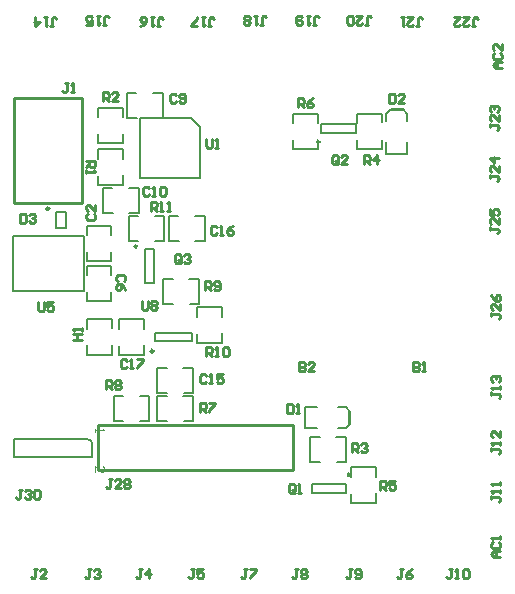
<source format=gto>
G04 Layer_Color=65535*
%FSLAX43Y43*%
%MOMM*%
G71*
G01*
G75*
%ADD29C,0.254*%
%ADD50C,0.152*%
%ADD51C,0.250*%
%ADD52C,0.200*%
%ADD53C,0.127*%
%ADD54C,0.076*%
D29*
X26203Y38093D02*
G03*
X26203Y38093I-102J0D01*
G01*
X28804Y9906D02*
G03*
X28804Y9906I-102J0D01*
G01*
X10763Y29271D02*
G03*
X10763Y29271I-102J0D01*
G01*
X7493Y14097D02*
X24003D01*
Y10287D02*
Y14097D01*
X7493Y10287D02*
X24003D01*
X7493D02*
Y14097D01*
X381Y41783D02*
X6096D01*
X381Y32893D02*
Y41783D01*
Y32893D02*
X6096D01*
Y41783D01*
X11938Y32258D02*
Y33020D01*
X12319D01*
X12446Y32893D01*
Y32639D01*
X12319Y32512D01*
X11938D01*
X12192D02*
X12446Y32258D01*
X12700D02*
X12954D01*
X12827D01*
Y33020D01*
X12700Y32893D01*
X13335Y32258D02*
X13588D01*
X13462D01*
Y33020D01*
X13335Y32893D01*
X14478Y27940D02*
Y28448D01*
X14351Y28575D01*
X14097D01*
X13970Y28448D01*
Y27940D01*
X14097Y27813D01*
X14351D01*
X14224Y28067D02*
X14478Y27813D01*
X14351D02*
X14478Y27940D01*
X14732Y28448D02*
X14859Y28575D01*
X15113D01*
X15240Y28448D01*
Y28321D01*
X15113Y28194D01*
X14986D01*
X15113D01*
X15240Y28067D01*
Y27940D01*
X15113Y27813D01*
X14859D01*
X14732Y27940D01*
X8128Y17145D02*
Y17907D01*
X8509D01*
X8636Y17780D01*
Y17526D01*
X8509Y17399D01*
X8128D01*
X8382D02*
X8636Y17145D01*
X8890Y17780D02*
X9017Y17907D01*
X9271D01*
X9398Y17780D01*
Y17653D01*
X9271Y17526D01*
X9398Y17399D01*
Y17272D01*
X9271Y17145D01*
X9017D01*
X8890Y17272D01*
Y17399D01*
X9017Y17526D01*
X8890Y17653D01*
Y17780D01*
X9017Y17526D02*
X9271D01*
X16129Y15240D02*
Y16002D01*
X16510D01*
X16637Y15875D01*
Y15621D01*
X16510Y15494D01*
X16129D01*
X16383D02*
X16637Y15240D01*
X16891Y16002D02*
X17399D01*
Y15875D01*
X16891Y15367D01*
Y15240D01*
X16637Y18288D02*
X16510Y18415D01*
X16256D01*
X16129Y18288D01*
Y17780D01*
X16256Y17653D01*
X16510D01*
X16637Y17780D01*
X16891Y17653D02*
X17145D01*
X17018D01*
Y18415D01*
X16891Y18288D01*
X18033Y18415D02*
X17526D01*
Y18034D01*
X17779Y18161D01*
X17906D01*
X18033Y18034D01*
Y17780D01*
X17906Y17653D01*
X17653D01*
X17526Y17780D01*
X2413Y24511D02*
Y23876D01*
X2540Y23749D01*
X2794D01*
X2921Y23876D01*
Y24511D01*
X3683D02*
X3175D01*
Y24130D01*
X3429Y24257D01*
X3556D01*
X3683Y24130D01*
Y23876D01*
X3556Y23749D01*
X3302D01*
X3175Y23876D01*
X24384Y41021D02*
Y41783D01*
X24765D01*
X24892Y41656D01*
Y41402D01*
X24765Y41275D01*
X24384D01*
X24638D02*
X24892Y41021D01*
X25654Y41783D02*
X25400Y41656D01*
X25146Y41402D01*
Y41148D01*
X25273Y41021D01*
X25527D01*
X25654Y41148D01*
Y41275D01*
X25527Y41402D01*
X25146D01*
X31369Y8636D02*
Y9398D01*
X31750D01*
X31877Y9271D01*
Y9017D01*
X31750Y8890D01*
X31369D01*
X31623D02*
X31877Y8636D01*
X32639Y9398D02*
X32131D01*
Y9017D01*
X32385Y9144D01*
X32512D01*
X32639Y9017D01*
Y8763D01*
X32512Y8636D01*
X32258D01*
X32131Y8763D01*
X29972Y36195D02*
Y36957D01*
X30353D01*
X30480Y36830D01*
Y36576D01*
X30353Y36449D01*
X29972D01*
X30226D02*
X30480Y36195D01*
X31115D02*
Y36957D01*
X30734Y36576D01*
X31242D01*
X28956Y11811D02*
Y12573D01*
X29337D01*
X29464Y12446D01*
Y12192D01*
X29337Y12065D01*
X28956D01*
X29210D02*
X29464Y11811D01*
X29718Y12446D02*
X29845Y12573D01*
X30099D01*
X30226Y12446D01*
Y12319D01*
X30099Y12192D01*
X29972D01*
X30099D01*
X30226Y12065D01*
Y11938D01*
X30099Y11811D01*
X29845D01*
X29718Y11938D01*
X27813Y36322D02*
Y36830D01*
X27686Y36957D01*
X27432D01*
X27305Y36830D01*
Y36322D01*
X27432Y36195D01*
X27686D01*
X27559Y36449D02*
X27813Y36195D01*
X27686D02*
X27813Y36322D01*
X28575Y36195D02*
X28067D01*
X28575Y36703D01*
Y36830D01*
X28448Y36957D01*
X28194D01*
X28067Y36830D01*
X24130Y8509D02*
Y9017D01*
X24003Y9144D01*
X23749D01*
X23622Y9017D01*
Y8509D01*
X23749Y8382D01*
X24003D01*
X23876Y8636D02*
X24130Y8382D01*
X24003D02*
X24130Y8509D01*
X24384Y8382D02*
X24638D01*
X24511D01*
Y9144D01*
X24384Y9017D01*
X32131Y42164D02*
Y41402D01*
X32512D01*
X32639Y41529D01*
Y42037D01*
X32512Y42164D01*
X32131D01*
X33401Y41402D02*
X32893D01*
X33401Y41910D01*
Y42037D01*
X33274Y42164D01*
X33020D01*
X32893Y42037D01*
X23495Y15875D02*
Y15113D01*
X23876D01*
X24003Y15240D01*
Y15748D01*
X23876Y15875D01*
X23495D01*
X24257Y15113D02*
X24511D01*
X24384D01*
Y15875D01*
X24257Y15748D01*
X11811Y34163D02*
X11684Y34290D01*
X11430D01*
X11303Y34163D01*
Y33655D01*
X11430Y33528D01*
X11684D01*
X11811Y33655D01*
X12065Y33528D02*
X12319D01*
X12192D01*
Y34290D01*
X12065Y34163D01*
X12700D02*
X12827Y34290D01*
X13080D01*
X13207Y34163D01*
Y33655D01*
X13080Y33528D01*
X12827D01*
X12700Y33655D01*
Y34163D01*
X14097Y42037D02*
X13970Y42164D01*
X13716D01*
X13589Y42037D01*
Y41529D01*
X13716Y41402D01*
X13970D01*
X14097Y41529D01*
X14351D02*
X14478Y41402D01*
X14732D01*
X14859Y41529D01*
Y42037D01*
X14732Y42164D01*
X14478D01*
X14351Y42037D01*
Y41910D01*
X14478Y41783D01*
X14859D01*
X40767Y23622D02*
Y23368D01*
Y23495D01*
X41402D01*
X41529Y23368D01*
Y23241D01*
X41402Y23114D01*
X41529Y24384D02*
Y23876D01*
X41021Y24384D01*
X40894D01*
X40767Y24257D01*
Y24003D01*
X40894Y23876D01*
X40767Y25145D02*
X40894Y24891D01*
X41148Y24638D01*
X41402D01*
X41529Y24764D01*
Y25018D01*
X41402Y25145D01*
X41275D01*
X41148Y25018D01*
Y24638D01*
X40640Y30861D02*
Y30607D01*
Y30734D01*
X41275D01*
X41402Y30607D01*
Y30480D01*
X41275Y30353D01*
X41402Y31623D02*
Y31115D01*
X40894Y31623D01*
X40767D01*
X40640Y31496D01*
Y31242D01*
X40767Y31115D01*
X40640Y32384D02*
Y31877D01*
X41021D01*
X40894Y32130D01*
Y32257D01*
X41021Y32384D01*
X41275D01*
X41402Y32257D01*
Y32003D01*
X41275Y31877D01*
X40640Y35306D02*
Y35052D01*
Y35179D01*
X41275D01*
X41402Y35052D01*
Y34925D01*
X41275Y34798D01*
X41402Y36068D02*
Y35560D01*
X40894Y36068D01*
X40767D01*
X40640Y35941D01*
Y35687D01*
X40767Y35560D01*
X41402Y36702D02*
X40640D01*
X41021Y36322D01*
Y36829D01*
X40640Y39624D02*
Y39370D01*
Y39497D01*
X41275D01*
X41402Y39370D01*
Y39243D01*
X41275Y39116D01*
X41402Y40386D02*
Y39878D01*
X40894Y40386D01*
X40767D01*
X40640Y40259D01*
Y40005D01*
X40767Y39878D01*
Y40640D02*
X40640Y40766D01*
Y41020D01*
X40767Y41147D01*
X40894D01*
X41021Y41020D01*
Y40893D01*
Y41020D01*
X41148Y41147D01*
X41275D01*
X41402Y41020D01*
Y40766D01*
X41275Y40640D01*
X39116Y47879D02*
X39370D01*
X39243D01*
Y48514D01*
X39370Y48641D01*
X39497D01*
X39624Y48514D01*
X38354Y48641D02*
X38862D01*
X38354Y48133D01*
Y48006D01*
X38481Y47879D01*
X38735D01*
X38862Y48006D01*
X37593Y48641D02*
X38100D01*
X37593Y48133D01*
Y48006D01*
X37720Y47879D01*
X37974D01*
X38100Y48006D01*
X34417Y47879D02*
X34671D01*
X34544D01*
Y48514D01*
X34671Y48641D01*
X34798D01*
X34925Y48514D01*
X33655Y48641D02*
X34163D01*
X33655Y48133D01*
Y48006D01*
X33782Y47879D01*
X34036D01*
X34163Y48006D01*
X33401Y48641D02*
X33148D01*
X33275D01*
Y47879D01*
X33401Y48006D01*
X30099Y48006D02*
X30353D01*
X30226D01*
Y48641D01*
X30353Y48768D01*
X30480D01*
X30607Y48641D01*
X29337Y48768D02*
X29845D01*
X29337Y48260D01*
Y48133D01*
X29464Y48006D01*
X29718D01*
X29845Y48133D01*
X29083D02*
X28957Y48006D01*
X28703D01*
X28576Y48133D01*
Y48641D01*
X28703Y48768D01*
X28957D01*
X29083Y48641D01*
Y48133D01*
X25654Y48006D02*
X25908D01*
X25781D01*
Y48641D01*
X25908Y48768D01*
X26035D01*
X26162Y48641D01*
X25400Y48768D02*
X25146D01*
X25273D01*
Y48006D01*
X25400Y48133D01*
X24765Y48641D02*
X24638Y48768D01*
X24385D01*
X24258Y48641D01*
Y48133D01*
X24385Y48006D01*
X24638D01*
X24765Y48133D01*
Y48260D01*
X24638Y48387D01*
X24258D01*
X21209Y48006D02*
X21463D01*
X21336D01*
Y48641D01*
X21463Y48768D01*
X21590D01*
X21717Y48641D01*
X20955Y48768D02*
X20701D01*
X20828D01*
Y48006D01*
X20955Y48133D01*
X20320D02*
X20193Y48006D01*
X19940D01*
X19813Y48133D01*
Y48260D01*
X19940Y48387D01*
X19813Y48514D01*
Y48641D01*
X19940Y48768D01*
X20193D01*
X20320Y48641D01*
Y48514D01*
X20193Y48387D01*
X20320Y48260D01*
Y48133D01*
X20193Y48387D02*
X19940D01*
X16764Y47879D02*
X17018D01*
X16891D01*
Y48514D01*
X17018Y48641D01*
X17145D01*
X17272Y48514D01*
X16510Y48641D02*
X16256D01*
X16383D01*
Y47879D01*
X16510Y48006D01*
X15875Y47879D02*
X15368D01*
Y48006D01*
X15875Y48514D01*
Y48641D01*
X12446Y47879D02*
X12700D01*
X12573D01*
Y48514D01*
X12700Y48641D01*
X12827D01*
X12954Y48514D01*
X12192Y48641D02*
X11938D01*
X12065D01*
Y47879D01*
X12192Y48006D01*
X11050Y47879D02*
X11304Y48006D01*
X11557Y48260D01*
Y48514D01*
X11430Y48641D01*
X11177D01*
X11050Y48514D01*
Y48387D01*
X11177Y48260D01*
X11557D01*
X7874Y48006D02*
X8128D01*
X8001D01*
Y48641D01*
X8128Y48768D01*
X8255D01*
X8382Y48641D01*
X7620Y48768D02*
X7366D01*
X7493D01*
Y48006D01*
X7620Y48133D01*
X6478Y48006D02*
X6985D01*
Y48387D01*
X6732Y48260D01*
X6605D01*
X6478Y48387D01*
Y48641D01*
X6605Y48768D01*
X6858D01*
X6985Y48641D01*
X3429Y47879D02*
X3683D01*
X3556D01*
Y48514D01*
X3683Y48641D01*
X3810D01*
X3937Y48514D01*
X3175Y48641D02*
X2921D01*
X3048D01*
Y47879D01*
X3175Y48006D01*
X2160Y48641D02*
Y47879D01*
X2540Y48260D01*
X2033D01*
X40767Y16891D02*
Y16637D01*
Y16764D01*
X41402D01*
X41529Y16637D01*
Y16510D01*
X41402Y16383D01*
X41529Y17145D02*
Y17399D01*
Y17272D01*
X40767D01*
X40894Y17145D01*
Y17780D02*
X40767Y17907D01*
Y18160D01*
X40894Y18287D01*
X41021D01*
X41148Y18160D01*
Y18033D01*
Y18160D01*
X41275Y18287D01*
X41402D01*
X41529Y18160D01*
Y17907D01*
X41402Y17780D01*
X40767Y12192D02*
Y11938D01*
Y12065D01*
X41402D01*
X41529Y11938D01*
Y11811D01*
X41402Y11684D01*
X41529Y12446D02*
Y12700D01*
Y12573D01*
X40767D01*
X40894Y12446D01*
X41529Y13588D02*
Y13081D01*
X41021Y13588D01*
X40894D01*
X40767Y13461D01*
Y13208D01*
X40894Y13081D01*
X40767Y8128D02*
Y7874D01*
Y8001D01*
X41402D01*
X41529Y7874D01*
Y7747D01*
X41402Y7620D01*
X41529Y8382D02*
Y8636D01*
Y8509D01*
X40767D01*
X40894Y8382D01*
X41529Y9017D02*
Y9270D01*
Y9144D01*
X40767D01*
X40894Y9017D01*
X37465Y1905D02*
X37211D01*
X37338D01*
Y1270D01*
X37211Y1143D01*
X37084D01*
X36957Y1270D01*
X37719Y1143D02*
X37973D01*
X37846D01*
Y1905D01*
X37719Y1778D01*
X38354D02*
X38481Y1905D01*
X38734D01*
X38861Y1778D01*
Y1270D01*
X38734Y1143D01*
X38481D01*
X38354Y1270D01*
Y1778D01*
X28956Y1905D02*
X28702D01*
X28829D01*
Y1270D01*
X28702Y1143D01*
X28575D01*
X28448Y1270D01*
X29210D02*
X29337Y1143D01*
X29591D01*
X29718Y1270D01*
Y1778D01*
X29591Y1905D01*
X29337D01*
X29210Y1778D01*
Y1651D01*
X29337Y1524D01*
X29718D01*
X24384Y1905D02*
X24130D01*
X24257D01*
Y1270D01*
X24130Y1143D01*
X24003D01*
X23876Y1270D01*
X24638Y1778D02*
X24765Y1905D01*
X25019D01*
X25146Y1778D01*
Y1651D01*
X25019Y1524D01*
X25146Y1397D01*
Y1270D01*
X25019Y1143D01*
X24765D01*
X24638Y1270D01*
Y1397D01*
X24765Y1524D01*
X24638Y1651D01*
Y1778D01*
X24765Y1524D02*
X25019D01*
X20066Y1905D02*
X19812D01*
X19939D01*
Y1270D01*
X19812Y1143D01*
X19685D01*
X19558Y1270D01*
X20320Y1905D02*
X20828D01*
Y1778D01*
X20320Y1270D01*
Y1143D01*
X33274Y1905D02*
X33020D01*
X33147D01*
Y1270D01*
X33020Y1143D01*
X32893D01*
X32766Y1270D01*
X34036Y1905D02*
X33782Y1778D01*
X33528Y1524D01*
Y1270D01*
X33655Y1143D01*
X33909D01*
X34036Y1270D01*
Y1397D01*
X33909Y1524D01*
X33528D01*
X15621Y1905D02*
X15367D01*
X15494D01*
Y1270D01*
X15367Y1143D01*
X15240D01*
X15113Y1270D01*
X16383Y1905D02*
X15875D01*
Y1524D01*
X16129Y1651D01*
X16256D01*
X16383Y1524D01*
Y1270D01*
X16256Y1143D01*
X16002D01*
X15875Y1270D01*
X11176Y1905D02*
X10922D01*
X11049D01*
Y1270D01*
X10922Y1143D01*
X10795D01*
X10668Y1270D01*
X11811Y1143D02*
Y1905D01*
X11430Y1524D01*
X11938D01*
X6858Y1905D02*
X6604D01*
X6731D01*
Y1270D01*
X6604Y1143D01*
X6477D01*
X6350Y1270D01*
X7112Y1778D02*
X7239Y1905D01*
X7493D01*
X7620Y1778D01*
Y1651D01*
X7493Y1524D01*
X7366D01*
X7493D01*
X7620Y1397D01*
Y1270D01*
X7493Y1143D01*
X7239D01*
X7112Y1270D01*
X2286Y1905D02*
X2032D01*
X2159D01*
Y1270D01*
X2032Y1143D01*
X1905D01*
X1778Y1270D01*
X3048Y1143D02*
X2540D01*
X3048Y1651D01*
Y1778D01*
X2921Y1905D01*
X2667D01*
X2540Y1778D01*
X16637Y38354D02*
Y37719D01*
X16764Y37592D01*
X17018D01*
X17145Y37719D01*
Y38354D01*
X17399Y37592D02*
X17653D01*
X17526D01*
Y38354D01*
X17399Y38227D01*
X7874Y41529D02*
Y42291D01*
X8255D01*
X8382Y42164D01*
Y41910D01*
X8255Y41783D01*
X7874D01*
X8128D02*
X8382Y41529D01*
X9144D02*
X8636D01*
X9144Y42037D01*
Y42164D01*
X9017Y42291D01*
X8763D01*
X8636Y42164D01*
X6477Y36449D02*
X7239D01*
Y36068D01*
X7112Y35941D01*
X6858D01*
X6731Y36068D01*
Y36449D01*
Y36195D02*
X6477Y35941D01*
Y35687D02*
Y35433D01*
Y35560D01*
X7239D01*
X7112Y35687D01*
X8636Y9525D02*
X8382D01*
X8509D01*
Y8890D01*
X8382Y8763D01*
X8255D01*
X8128Y8890D01*
X9398Y8763D02*
X8890D01*
X9398Y9271D01*
Y9398D01*
X9271Y9525D01*
X9017D01*
X8890Y9398D01*
X9652D02*
X9778Y9525D01*
X10032D01*
X10159Y9398D01*
Y9271D01*
X10032Y9144D01*
X10159Y9017D01*
Y8890D01*
X10032Y8763D01*
X9778D01*
X9652Y8890D01*
Y9017D01*
X9778Y9144D01*
X9652Y9271D01*
Y9398D01*
X9778Y9144D02*
X10032D01*
X4953Y43053D02*
X4699D01*
X4826D01*
Y42418D01*
X4699Y42291D01*
X4572D01*
X4445Y42418D01*
X5207Y42291D02*
X5461D01*
X5334D01*
Y43053D01*
X5207Y42926D01*
X9652Y26289D02*
X9779Y26416D01*
Y26670D01*
X9652Y26797D01*
X9144D01*
X9017Y26670D01*
Y26416D01*
X9144Y26289D01*
X9779Y25527D02*
X9652Y25781D01*
X9398Y26035D01*
X9144D01*
X9017Y25908D01*
Y25654D01*
X9144Y25527D01*
X9271D01*
X9398Y25654D01*
Y26035D01*
X6604Y32004D02*
X6477Y31877D01*
Y31623D01*
X6604Y31496D01*
X7112D01*
X7239Y31623D01*
Y31877D01*
X7112Y32004D01*
X7239Y32766D02*
Y32258D01*
X6731Y32766D01*
X6604D01*
X6477Y32639D01*
Y32385D01*
X6604Y32258D01*
X1016Y8636D02*
X762D01*
X889D01*
Y8001D01*
X762Y7874D01*
X635D01*
X508Y8001D01*
X1270Y8509D02*
X1397Y8636D01*
X1651D01*
X1778Y8509D01*
Y8382D01*
X1651Y8255D01*
X1524D01*
X1651D01*
X1778Y8128D01*
Y8001D01*
X1651Y7874D01*
X1397D01*
X1270Y8001D01*
X2032Y8509D02*
X2158Y8636D01*
X2412D01*
X2539Y8509D01*
Y8001D01*
X2412Y7874D01*
X2158D01*
X2032Y8001D01*
Y8509D01*
X34163Y19431D02*
Y18669D01*
X34544D01*
X34671Y18796D01*
Y18923D01*
X34544Y19050D01*
X34163D01*
X34544D01*
X34671Y19177D01*
Y19304D01*
X34544Y19431D01*
X34163D01*
X34925Y18669D02*
X35179D01*
X35052D01*
Y19431D01*
X34925Y19304D01*
X24511Y19431D02*
Y18669D01*
X24892D01*
X25019Y18796D01*
Y18923D01*
X24892Y19050D01*
X24511D01*
X24892D01*
X25019Y19177D01*
Y19304D01*
X24892Y19431D01*
X24511D01*
X25781Y18669D02*
X25273D01*
X25781Y19177D01*
Y19304D01*
X25654Y19431D01*
X25400D01*
X25273Y19304D01*
X17526Y30861D02*
X17399Y30988D01*
X17145D01*
X17018Y30861D01*
Y30353D01*
X17145Y30226D01*
X17399D01*
X17526Y30353D01*
X17780Y30226D02*
X18034D01*
X17907D01*
Y30988D01*
X17780Y30861D01*
X18922Y30988D02*
X18668Y30861D01*
X18415Y30607D01*
Y30353D01*
X18542Y30226D01*
X18795D01*
X18922Y30353D01*
Y30480D01*
X18795Y30607D01*
X18415D01*
X9906Y19558D02*
X9779Y19685D01*
X9525D01*
X9398Y19558D01*
Y19050D01*
X9525Y18923D01*
X9779D01*
X9906Y19050D01*
X10160Y18923D02*
X10414D01*
X10287D01*
Y19685D01*
X10160Y19558D01*
X10795Y19685D02*
X11302D01*
Y19558D01*
X10795Y19050D01*
Y18923D01*
X889Y32004D02*
Y31242D01*
X1270D01*
X1397Y31369D01*
Y31877D01*
X1270Y32004D01*
X889D01*
X1651Y31877D02*
X1778Y32004D01*
X2032D01*
X2159Y31877D01*
Y31750D01*
X2032Y31623D01*
X1905D01*
X2032D01*
X2159Y31496D01*
Y31369D01*
X2032Y31242D01*
X1778D01*
X1651Y31369D01*
X5334Y21336D02*
X6096D01*
X5715D01*
Y21844D01*
X5334D01*
X6096D01*
Y22098D02*
Y22352D01*
Y22225D01*
X5334D01*
X5461Y22098D01*
X16510Y25527D02*
Y26289D01*
X16891D01*
X17018Y26162D01*
Y25908D01*
X16891Y25781D01*
X16510D01*
X16764D02*
X17018Y25527D01*
X17272Y25654D02*
X17399Y25527D01*
X17653D01*
X17780Y25654D01*
Y26162D01*
X17653Y26289D01*
X17399D01*
X17272Y26162D01*
Y26035D01*
X17399Y25908D01*
X17780D01*
X16637Y19939D02*
Y20701D01*
X17018D01*
X17145Y20574D01*
Y20320D01*
X17018Y20193D01*
X16637D01*
X16891D02*
X17145Y19939D01*
X17399D02*
X17653D01*
X17526D01*
Y20701D01*
X17399Y20574D01*
X18034D02*
X18161Y20701D01*
X18414D01*
X18541Y20574D01*
Y20066D01*
X18414Y19939D01*
X18161D01*
X18034Y20066D01*
Y20574D01*
X11176Y24638D02*
Y24003D01*
X11303Y23876D01*
X11557D01*
X11684Y24003D01*
Y24638D01*
X11938Y24511D02*
X12065Y24638D01*
X12319D01*
X12446Y24511D01*
Y24384D01*
X12319Y24257D01*
X12446Y24130D01*
Y24003D01*
X12319Y23876D01*
X12065D01*
X11938Y24003D01*
Y24130D01*
X12065Y24257D01*
X11938Y24384D01*
Y24511D01*
X12065Y24257D02*
X12319D01*
X41529Y2921D02*
X41021D01*
X40767Y3175D01*
X41021Y3429D01*
X41529D01*
X41148D01*
Y2921D01*
X40894Y4191D02*
X40767Y4064D01*
Y3810D01*
X40894Y3683D01*
X41402D01*
X41529Y3810D01*
Y4064D01*
X41402Y4191D01*
X41529Y4445D02*
Y4698D01*
Y4571D01*
X40767D01*
X40894Y4445D01*
X41656Y44323D02*
X41148D01*
X40894Y44577D01*
X41148Y44831D01*
X41656D01*
X41275D01*
Y44323D01*
X41021Y45593D02*
X40894Y45466D01*
Y45212D01*
X41021Y45085D01*
X41529D01*
X41656Y45212D01*
Y45466D01*
X41529Y45593D01*
X41656Y46354D02*
Y45847D01*
X41148Y46354D01*
X41021D01*
X40894Y46227D01*
Y45973D01*
X41021Y45847D01*
D50*
X6985Y12535D02*
G03*
X6604Y12916I-381J0D01*
G01*
X31022Y9731D02*
Y10531D01*
X28922Y9731D02*
Y10531D01*
Y7531D02*
Y8281D01*
X31022Y7531D02*
Y8331D01*
X28922Y10531D02*
X31022D01*
X28922Y7531D02*
X31022D01*
X29430Y37489D02*
Y38289D01*
X31530Y37489D02*
Y38289D01*
Y39739D02*
Y40489D01*
X29430Y39689D02*
Y40489D01*
Y37489D02*
X31530D01*
X29430Y40489D02*
X31530D01*
X25424Y13115D02*
X26224D01*
X25424Y11015D02*
X26224D01*
X27674D02*
X28424D01*
X27624Y13115D02*
X28424D01*
X25424Y11015D02*
Y13115D01*
X28424Y11015D02*
Y13115D01*
X12130Y40098D02*
X12930D01*
X12130Y42198D02*
X12930D01*
X9930D02*
X10680D01*
X9930Y40098D02*
X10730D01*
X12930D02*
Y42198D01*
X9930Y40098D02*
Y42198D01*
X7459Y37983D02*
Y38783D01*
X9559Y37983D02*
Y38783D01*
Y40233D02*
Y40983D01*
X7459Y40183D02*
Y40983D01*
Y37983D02*
X9559D01*
X7459Y40983D02*
X9559D01*
Y36655D02*
Y37455D01*
X7459Y36655D02*
Y37455D01*
Y34455D02*
Y35205D01*
X9559Y34455D02*
Y35255D01*
X7459Y37455D02*
X9559D01*
X7459Y34455D02*
X9559D01*
X6498Y24607D02*
Y25407D01*
X8598Y24607D02*
Y25407D01*
Y26857D02*
Y27607D01*
X6498Y26807D02*
Y27607D01*
Y24607D02*
X8598D01*
X6498Y27607D02*
X8598D01*
Y30208D02*
Y31008D01*
X6498Y30208D02*
Y31008D01*
Y28008D02*
Y28758D01*
X8598Y28008D02*
Y28808D01*
X6498Y31008D02*
X8598D01*
X6498Y28008D02*
X8598D01*
X6096Y12916D02*
X6604D01*
X381D02*
X6096D01*
X6985Y11392D02*
Y12535D01*
X381Y11392D02*
X6985D01*
X381D02*
Y12916D01*
X9237Y20090D02*
X11337D01*
X9237Y23090D02*
X11337D01*
Y20090D02*
Y20890D01*
X9237Y20090D02*
Y20840D01*
Y22290D02*
Y23090D01*
X11337Y22290D02*
Y23090D01*
X6570Y20090D02*
Y20890D01*
X8670Y20090D02*
Y20890D01*
Y22340D02*
Y23090D01*
X6570Y22290D02*
Y23090D01*
Y20090D02*
X8670D01*
X6570Y23090D02*
X8670D01*
X8773Y16544D02*
X9573D01*
X8773Y14444D02*
X9573D01*
X11023D02*
X11773D01*
X10973Y16544D02*
X11773D01*
X8773Y14444D02*
Y16544D01*
X11773Y14444D02*
Y16544D01*
X12470D02*
X13270D01*
X12470Y14444D02*
X13270D01*
X14720D02*
X15470D01*
X14670Y16544D02*
X15470D01*
X12470Y14444D02*
Y16544D01*
X15470Y14444D02*
Y16544D01*
X12470Y18957D02*
X13270D01*
X12470Y16857D02*
X13270D01*
X14720D02*
X15470D01*
X14670Y18957D02*
X15470D01*
X12470Y16857D02*
Y18957D01*
X15470Y16857D02*
Y18957D01*
X17941Y23306D02*
Y24106D01*
X15841Y23306D02*
Y24106D01*
Y21106D02*
Y21856D01*
X17941Y21106D02*
Y21906D01*
X15841Y24106D02*
X17941D01*
X15841Y21106D02*
X17941D01*
X12992Y26450D02*
X13792D01*
X12992Y24350D02*
X13792D01*
X15242D02*
X15992D01*
X15192Y26450D02*
X15992D01*
X12992Y24350D02*
Y26450D01*
X15992Y24350D02*
Y26450D01*
X13486Y29684D02*
Y31784D01*
X16486Y29684D02*
Y31784D01*
X13486Y29684D02*
X14286D01*
X13486Y31784D02*
X14236D01*
X15686D02*
X16486D01*
X15686Y29684D02*
X16486D01*
X10057D02*
Y31784D01*
X13057Y29684D02*
Y31784D01*
X10057Y29684D02*
X10857D01*
X10057Y31784D02*
X10807D01*
X12257D02*
X13057D01*
X12257Y29684D02*
X13057D01*
X10098Y32097D02*
X10898D01*
X10098Y34197D02*
X10898D01*
X7898D02*
X8648D01*
X7898Y32097D02*
X8698D01*
X10898D02*
Y34197D01*
X7898Y32097D02*
Y34197D01*
X26069Y39689D02*
Y40489D01*
X23969Y39689D02*
Y40489D01*
Y37489D02*
Y38239D01*
X26069Y37489D02*
Y38289D01*
X23969Y40489D02*
X26069D01*
X23969Y37489D02*
X26069D01*
D51*
X12168Y20390D02*
G03*
X12168Y20390I-125J0D01*
G01*
X3328Y32461D02*
G03*
X3328Y32461I-125J0D01*
G01*
D52*
X6302Y25513D02*
Y30113D01*
X302D02*
X6302D01*
X302Y25513D02*
Y30113D01*
Y25513D02*
X6302D01*
X11049Y35052D02*
Y40132D01*
Y35052D02*
X16129D01*
X11049Y40132D02*
X15367D01*
X16129Y39370D01*
Y35052D02*
Y39370D01*
X12293Y21940D02*
X15393D01*
X12293Y21240D02*
X15393D01*
Y21940D01*
X12293Y21240D02*
Y21940D01*
X3918Y32171D02*
X4718D01*
X3918Y30821D02*
X4718D01*
X3918D02*
Y32171D01*
X4718Y30821D02*
Y32171D01*
D53*
X26363Y38862D02*
Y39624D01*
X29263D01*
Y38862D02*
Y39624D01*
X26363Y38862D02*
X29263D01*
X28440Y8375D02*
Y9137D01*
X25540Y8375D02*
X28440D01*
X25540D02*
Y9137D01*
X28440D01*
X33274Y40881D02*
X33655Y40500D01*
X32258Y40881D02*
X33274D01*
X31877Y40500D02*
X32258Y40881D01*
X31877Y37084D02*
Y38100D01*
Y39878D02*
Y40500D01*
X33655Y37084D02*
Y38100D01*
X31877Y37084D02*
X33655D01*
Y39878D02*
Y40500D01*
X32156Y40780D02*
X33376D01*
X28435Y13843D02*
X28816Y14224D01*
Y15240D01*
X28435Y15621D02*
X28816Y15240D01*
X25019Y15621D02*
X26035D01*
X27813D02*
X28435D01*
X25019Y13843D02*
X26035D01*
X25019D02*
Y15621D01*
X27813Y13843D02*
X28435D01*
X28715Y14122D02*
Y15342D01*
X11430Y29009D02*
X12192D01*
Y26109D02*
Y29009D01*
X11430Y26109D02*
X12192D01*
X11430D02*
Y29009D01*
D54*
X7239Y10122D02*
Y10630D01*
X7747Y10122D01*
X7874D01*
X8001Y10249D01*
Y10503D01*
X7874Y10630D01*
X7239Y13805D02*
Y13551D01*
Y13678D01*
X8001D01*
X7874Y13805D01*
M02*

</source>
